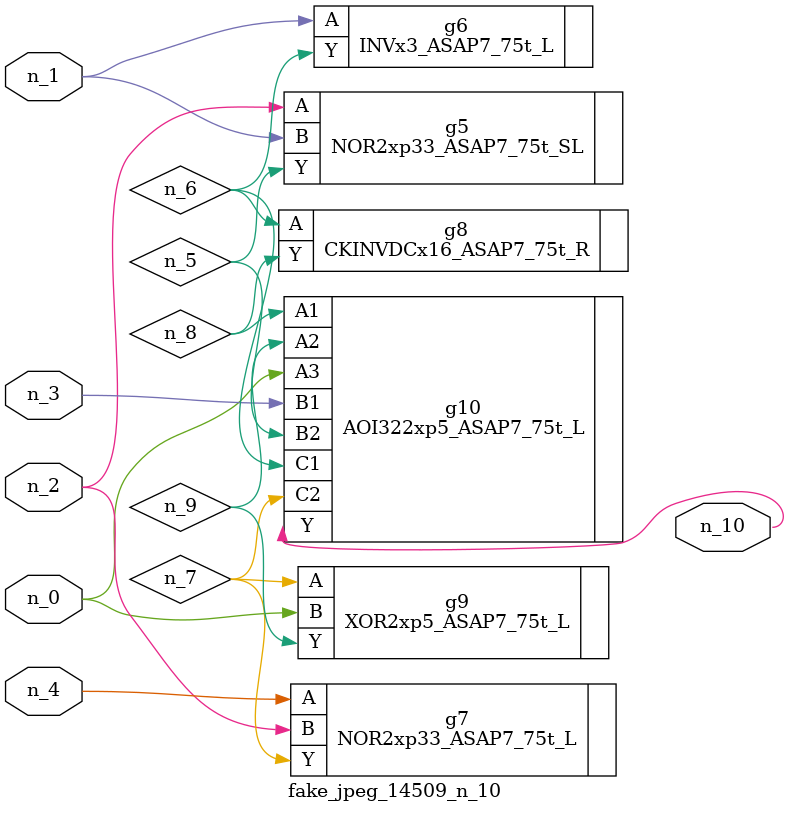
<source format=v>
module fake_jpeg_14509_n_10 (n_3, n_2, n_1, n_0, n_4, n_10);

input n_3;
input n_2;
input n_1;
input n_0;
input n_4;

output n_10;

wire n_8;
wire n_9;
wire n_6;
wire n_5;
wire n_7;

NOR2xp33_ASAP7_75t_SL g5 ( 
.A(n_2),
.B(n_1),
.Y(n_5)
);

INVx3_ASAP7_75t_L g6 ( 
.A(n_1),
.Y(n_6)
);

NOR2xp33_ASAP7_75t_L g7 ( 
.A(n_4),
.B(n_2),
.Y(n_7)
);

CKINVDCx16_ASAP7_75t_R g8 ( 
.A(n_6),
.Y(n_8)
);

AOI322xp5_ASAP7_75t_L g10 ( 
.A1(n_8),
.A2(n_9),
.A3(n_0),
.B1(n_3),
.B2(n_5),
.C1(n_6),
.C2(n_7),
.Y(n_10)
);

XOR2xp5_ASAP7_75t_L g9 ( 
.A(n_7),
.B(n_0),
.Y(n_9)
);


endmodule
</source>
